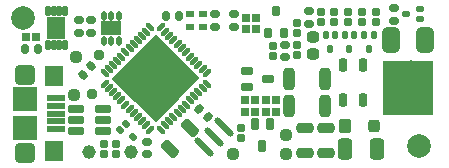
<source format=gts>
G04 Layer_Color=8388736*
%FSLAX25Y25*%
%MOIN*%
G70*
G01*
G75*
%ADD68R,0.16811X0.17953*%
G04:AMPARAMS|DCode=69|XSize=29.53mil|YSize=53.15mil|CornerRadius=8.86mil|HoleSize=0mil|Usage=FLASHONLY|Rotation=90.000|XOffset=0mil|YOffset=0mil|HoleType=Round|Shape=RoundedRectangle|*
%AMROUNDEDRECTD69*
21,1,0.02953,0.03543,0,0,90.0*
21,1,0.01181,0.05315,0,0,90.0*
1,1,0.01772,0.01772,0.00591*
1,1,0.01772,0.01772,-0.00591*
1,1,0.01772,-0.01772,-0.00591*
1,1,0.01772,-0.01772,0.00591*
%
%ADD69ROUNDEDRECTD69*%
%ADD70R,0.03110X0.02362*%
G04:AMPARAMS|DCode=71|XSize=27.56mil|YSize=29.53mil|CornerRadius=8.37mil|HoleSize=0mil|Usage=FLASHONLY|Rotation=0.000|XOffset=0mil|YOffset=0mil|HoleType=Round|Shape=RoundedRectangle|*
%AMROUNDEDRECTD71*
21,1,0.02756,0.01280,0,0,0.0*
21,1,0.01083,0.02953,0,0,0.0*
1,1,0.01673,0.00541,-0.00640*
1,1,0.01673,-0.00541,-0.00640*
1,1,0.01673,-0.00541,0.00640*
1,1,0.01673,0.00541,0.00640*
%
%ADD71ROUNDEDRECTD71*%
G04:AMPARAMS|DCode=72|XSize=31.1mil|YSize=23.62mil|CornerRadius=7.38mil|HoleSize=0mil|Usage=FLASHONLY|Rotation=0.000|XOffset=0mil|YOffset=0mil|HoleType=Round|Shape=RoundedRectangle|*
%AMROUNDEDRECTD72*
21,1,0.03110,0.00886,0,0,0.0*
21,1,0.01634,0.02362,0,0,0.0*
1,1,0.01476,0.00817,-0.00443*
1,1,0.01476,-0.00817,-0.00443*
1,1,0.01476,-0.00817,0.00443*
1,1,0.01476,0.00817,0.00443*
%
%ADD72ROUNDEDRECTD72*%
G04:AMPARAMS|DCode=73|XSize=27.56mil|YSize=29.53mil|CornerRadius=8.37mil|HoleSize=0mil|Usage=FLASHONLY|Rotation=90.000|XOffset=0mil|YOffset=0mil|HoleType=Round|Shape=RoundedRectangle|*
%AMROUNDEDRECTD73*
21,1,0.02756,0.01280,0,0,90.0*
21,1,0.01083,0.02953,0,0,90.0*
1,1,0.01673,0.00640,0.00541*
1,1,0.01673,0.00640,-0.00541*
1,1,0.01673,-0.00640,-0.00541*
1,1,0.01673,-0.00640,0.00541*
%
%ADD73ROUNDEDRECTD73*%
G04:AMPARAMS|DCode=74|XSize=25.59mil|YSize=41.34mil|CornerRadius=7.87mil|HoleSize=0mil|Usage=FLASHONLY|Rotation=90.000|XOffset=0mil|YOffset=0mil|HoleType=Round|Shape=RoundedRectangle|*
%AMROUNDEDRECTD74*
21,1,0.02559,0.02559,0,0,90.0*
21,1,0.00984,0.04134,0,0,90.0*
1,1,0.01575,0.01280,0.00492*
1,1,0.01575,0.01280,-0.00492*
1,1,0.01575,-0.01280,-0.00492*
1,1,0.01575,-0.01280,0.00492*
%
%ADD74ROUNDEDRECTD74*%
G04:AMPARAMS|DCode=75|XSize=25.59mil|YSize=41.34mil|CornerRadius=7.87mil|HoleSize=0mil|Usage=FLASHONLY|Rotation=0.000|XOffset=0mil|YOffset=0mil|HoleType=Round|Shape=RoundedRectangle|*
%AMROUNDEDRECTD75*
21,1,0.02559,0.02559,0,0,0.0*
21,1,0.00984,0.04134,0,0,0.0*
1,1,0.01575,0.00492,-0.01280*
1,1,0.01575,-0.00492,-0.01280*
1,1,0.01575,-0.00492,0.01280*
1,1,0.01575,0.00492,0.01280*
%
%ADD75ROUNDEDRECTD75*%
G04:AMPARAMS|DCode=76|XSize=57.09mil|YSize=33.47mil|CornerRadius=9.84mil|HoleSize=0mil|Usage=FLASHONLY|Rotation=0.000|XOffset=0mil|YOffset=0mil|HoleType=Round|Shape=RoundedRectangle|*
%AMROUNDEDRECTD76*
21,1,0.05709,0.01378,0,0,0.0*
21,1,0.03740,0.03347,0,0,0.0*
1,1,0.01969,0.01870,-0.00689*
1,1,0.01969,-0.01870,-0.00689*
1,1,0.01969,-0.01870,0.00689*
1,1,0.01969,0.01870,0.00689*
%
%ADD76ROUNDEDRECTD76*%
G04:AMPARAMS|DCode=77|XSize=17.72mil|YSize=33.47mil|CornerRadius=5.91mil|HoleSize=0mil|Usage=FLASHONLY|Rotation=180.000|XOffset=0mil|YOffset=0mil|HoleType=Round|Shape=RoundedRectangle|*
%AMROUNDEDRECTD77*
21,1,0.01772,0.02165,0,0,180.0*
21,1,0.00591,0.03347,0,0,180.0*
1,1,0.01181,-0.00295,0.01083*
1,1,0.01181,0.00295,0.01083*
1,1,0.01181,0.00295,-0.01083*
1,1,0.01181,-0.00295,-0.01083*
%
%ADD77ROUNDEDRECTD77*%
%ADD78R,0.06890X0.04528*%
G04:AMPARAMS|DCode=79|XSize=35.43mil|YSize=62.99mil|CornerRadius=10.34mil|HoleSize=0mil|Usage=FLASHONLY|Rotation=225.000|XOffset=0mil|YOffset=0mil|HoleType=Round|Shape=RoundedRectangle|*
%AMROUNDEDRECTD79*
21,1,0.03543,0.04232,0,0,225.0*
21,1,0.01476,0.06299,0,0,225.0*
1,1,0.02067,-0.02018,0.00974*
1,1,0.02067,-0.00974,0.02018*
1,1,0.02067,0.02018,-0.00974*
1,1,0.02067,0.00974,-0.02018*
%
%ADD79ROUNDEDRECTD79*%
G04:AMPARAMS|DCode=80|XSize=17.72mil|YSize=35.43mil|CornerRadius=5.91mil|HoleSize=0mil|Usage=FLASHONLY|Rotation=0.000|XOffset=0mil|YOffset=0mil|HoleType=Round|Shape=RoundedRectangle|*
%AMROUNDEDRECTD80*
21,1,0.01772,0.02362,0,0,0.0*
21,1,0.00591,0.03543,0,0,0.0*
1,1,0.01181,0.00295,-0.01181*
1,1,0.01181,-0.00295,-0.01181*
1,1,0.01181,-0.00295,0.01181*
1,1,0.01181,0.00295,0.01181*
%
%ADD80ROUNDEDRECTD80*%
%ADD81R,0.06299X0.07480*%
G04:AMPARAMS|DCode=82|XSize=29.53mil|YSize=33.47mil|CornerRadius=8.86mil|HoleSize=0mil|Usage=FLASHONLY|Rotation=180.000|XOffset=0mil|YOffset=0mil|HoleType=Round|Shape=RoundedRectangle|*
%AMROUNDEDRECTD82*
21,1,0.02953,0.01575,0,0,180.0*
21,1,0.01181,0.03347,0,0,180.0*
1,1,0.01772,-0.00591,0.00787*
1,1,0.01772,0.00591,0.00787*
1,1,0.01772,0.00591,-0.00787*
1,1,0.01772,-0.00591,-0.00787*
%
%ADD82ROUNDEDRECTD82*%
G04:AMPARAMS|DCode=83|XSize=41.34mil|YSize=37.4mil|CornerRadius=10.83mil|HoleSize=0mil|Usage=FLASHONLY|Rotation=0.000|XOffset=0mil|YOffset=0mil|HoleType=Round|Shape=RoundedRectangle|*
%AMROUNDEDRECTD83*
21,1,0.04134,0.01575,0,0,0.0*
21,1,0.01969,0.03740,0,0,0.0*
1,1,0.02165,0.00984,-0.00787*
1,1,0.02165,-0.00984,-0.00787*
1,1,0.02165,-0.00984,0.00787*
1,1,0.02165,0.00984,0.00787*
%
%ADD83ROUNDEDRECTD83*%
G04:AMPARAMS|DCode=84|XSize=31.1mil|YSize=23.62mil|CornerRadius=7.38mil|HoleSize=0mil|Usage=FLASHONLY|Rotation=90.000|XOffset=0mil|YOffset=0mil|HoleType=Round|Shape=RoundedRectangle|*
%AMROUNDEDRECTD84*
21,1,0.03110,0.00886,0,0,90.0*
21,1,0.01634,0.02362,0,0,90.0*
1,1,0.01476,0.00443,0.00817*
1,1,0.01476,0.00443,-0.00817*
1,1,0.01476,-0.00443,-0.00817*
1,1,0.01476,-0.00443,0.00817*
%
%ADD84ROUNDEDRECTD84*%
G04:AMPARAMS|DCode=85|XSize=19.69mil|YSize=27.56mil|CornerRadius=6.4mil|HoleSize=0mil|Usage=FLASHONLY|Rotation=0.000|XOffset=0mil|YOffset=0mil|HoleType=Round|Shape=RoundedRectangle|*
%AMROUNDEDRECTD85*
21,1,0.01969,0.01476,0,0,0.0*
21,1,0.00689,0.02756,0,0,0.0*
1,1,0.01280,0.00345,-0.00738*
1,1,0.01280,-0.00345,-0.00738*
1,1,0.01280,-0.00345,0.00738*
1,1,0.01280,0.00345,0.00738*
%
%ADD85ROUNDEDRECTD85*%
G04:AMPARAMS|DCode=86|XSize=19.69mil|YSize=27.56mil|CornerRadius=6.4mil|HoleSize=0mil|Usage=FLASHONLY|Rotation=45.000|XOffset=0mil|YOffset=0mil|HoleType=Round|Shape=RoundedRectangle|*
%AMROUNDEDRECTD86*
21,1,0.01969,0.01476,0,0,45.0*
21,1,0.00689,0.02756,0,0,45.0*
1,1,0.01280,0.00766,-0.00278*
1,1,0.01280,0.00278,-0.00766*
1,1,0.01280,-0.00766,0.00278*
1,1,0.01280,-0.00278,0.00766*
%
%ADD86ROUNDEDRECTD86*%
G04:AMPARAMS|DCode=87|XSize=19.69mil|YSize=27.56mil|CornerRadius=6.4mil|HoleSize=0mil|Usage=FLASHONLY|Rotation=270.000|XOffset=0mil|YOffset=0mil|HoleType=Round|Shape=RoundedRectangle|*
%AMROUNDEDRECTD87*
21,1,0.01969,0.01476,0,0,270.0*
21,1,0.00689,0.02756,0,0,270.0*
1,1,0.01280,-0.00738,-0.00345*
1,1,0.01280,-0.00738,0.00345*
1,1,0.01280,0.00738,0.00345*
1,1,0.01280,0.00738,-0.00345*
%
%ADD87ROUNDEDRECTD87*%
%ADD88P,0.15868X4X270.0*%
%ADD89P,0.15868X4X360.0*%
G04:AMPARAMS|DCode=90|XSize=15.75mil|YSize=35.43mil|CornerRadius=0mil|HoleSize=0mil|Usage=FLASHONLY|Rotation=225.000|XOffset=0mil|YOffset=0mil|HoleType=Round|Shape=Round|*
%AMOVALD90*
21,1,0.01969,0.01575,0.00000,0.00000,315.0*
1,1,0.01575,-0.00696,0.00696*
1,1,0.01575,0.00696,-0.00696*
%
%ADD90OVALD90*%

G04:AMPARAMS|DCode=91|XSize=15.75mil|YSize=35.43mil|CornerRadius=0mil|HoleSize=0mil|Usage=FLASHONLY|Rotation=135.000|XOffset=0mil|YOffset=0mil|HoleType=Round|Shape=Round|*
%AMOVALD91*
21,1,0.01969,0.01575,0.00000,0.00000,225.0*
1,1,0.01575,0.00696,0.00696*
1,1,0.01575,-0.00696,-0.00696*
%
%ADD91OVALD91*%

G04:AMPARAMS|DCode=92|XSize=74.8mil|YSize=37.4mil|CornerRadius=10.83mil|HoleSize=0mil|Usage=FLASHONLY|Rotation=90.000|XOffset=0mil|YOffset=0mil|HoleType=Round|Shape=RoundedRectangle|*
%AMROUNDEDRECTD92*
21,1,0.07480,0.01575,0,0,90.0*
21,1,0.05315,0.03740,0,0,90.0*
1,1,0.02165,0.00787,0.02658*
1,1,0.02165,0.00787,-0.02658*
1,1,0.02165,-0.00787,-0.02658*
1,1,0.02165,-0.00787,0.02658*
%
%ADD92ROUNDEDRECTD92*%
G04:AMPARAMS|DCode=93|XSize=72.84mil|YSize=49.21mil|CornerRadius=13.78mil|HoleSize=0mil|Usage=FLASHONLY|Rotation=270.000|XOffset=0mil|YOffset=0mil|HoleType=Round|Shape=RoundedRectangle|*
%AMROUNDEDRECTD93*
21,1,0.07284,0.02165,0,0,270.0*
21,1,0.04528,0.04921,0,0,270.0*
1,1,0.02756,-0.01083,-0.02264*
1,1,0.02756,-0.01083,0.02264*
1,1,0.02756,0.01083,0.02264*
1,1,0.02756,0.01083,-0.02264*
%
%ADD93ROUNDEDRECTD93*%
G04:AMPARAMS|DCode=94|XSize=84.65mil|YSize=61.02mil|CornerRadius=16.73mil|HoleSize=0mil|Usage=FLASHONLY|Rotation=90.000|XOffset=0mil|YOffset=0mil|HoleType=Round|Shape=RoundedRectangle|*
%AMROUNDEDRECTD94*
21,1,0.08465,0.02756,0,0,90.0*
21,1,0.05118,0.06102,0,0,90.0*
1,1,0.03347,0.01378,0.02559*
1,1,0.03347,0.01378,-0.02559*
1,1,0.03347,-0.01378,-0.02559*
1,1,0.03347,-0.01378,0.02559*
%
%ADD94ROUNDEDRECTD94*%
G04:AMPARAMS|DCode=95|XSize=31.1mil|YSize=23.62mil|CornerRadius=7.38mil|HoleSize=0mil|Usage=FLASHONLY|Rotation=225.000|XOffset=0mil|YOffset=0mil|HoleType=Round|Shape=RoundedRectangle|*
%AMROUNDEDRECTD95*
21,1,0.03110,0.00886,0,0,225.0*
21,1,0.01634,0.02362,0,0,225.0*
1,1,0.01476,-0.00891,-0.00265*
1,1,0.01476,0.00265,0.00891*
1,1,0.01476,0.00891,0.00265*
1,1,0.01476,-0.00265,-0.00891*
%
%ADD95ROUNDEDRECTD95*%
G04:AMPARAMS|DCode=96|XSize=21.65mil|YSize=80.71mil|CornerRadius=6.89mil|HoleSize=0mil|Usage=FLASHONLY|Rotation=225.000|XOffset=0mil|YOffset=0mil|HoleType=Round|Shape=RoundedRectangle|*
%AMROUNDEDRECTD96*
21,1,0.02165,0.06693,0,0,225.0*
21,1,0.00787,0.08071,0,0,225.0*
1,1,0.01378,-0.02645,0.02088*
1,1,0.01378,-0.02088,0.02645*
1,1,0.01378,0.02645,-0.02088*
1,1,0.01378,0.02088,-0.02645*
%
%ADD96ROUNDEDRECTD96*%
G04:AMPARAMS|DCode=97|XSize=45.28mil|YSize=27.56mil|CornerRadius=8.37mil|HoleSize=0mil|Usage=FLASHONLY|Rotation=270.000|XOffset=0mil|YOffset=0mil|HoleType=Round|Shape=RoundedRectangle|*
%AMROUNDEDRECTD97*
21,1,0.04528,0.01083,0,0,270.0*
21,1,0.02854,0.02756,0,0,270.0*
1,1,0.01673,-0.00541,-0.01427*
1,1,0.01673,-0.00541,0.01427*
1,1,0.01673,0.00541,0.01427*
1,1,0.01673,0.00541,-0.01427*
%
%ADD97ROUNDEDRECTD97*%
G04:AMPARAMS|DCode=98|XSize=41.34mil|YSize=41.34mil|CornerRadius=11.81mil|HoleSize=0mil|Usage=FLASHONLY|Rotation=0.000|XOffset=0mil|YOffset=0mil|HoleType=Round|Shape=RoundedRectangle|*
%AMROUNDEDRECTD98*
21,1,0.04134,0.01772,0,0,0.0*
21,1,0.01772,0.04134,0,0,0.0*
1,1,0.02362,0.00886,-0.00886*
1,1,0.02362,-0.00886,-0.00886*
1,1,0.02362,-0.00886,0.00886*
1,1,0.02362,0.00886,0.00886*
%
%ADD98ROUNDEDRECTD98*%
G04:AMPARAMS|DCode=99|XSize=41.34mil|YSize=49.21mil|CornerRadius=11.81mil|HoleSize=0mil|Usage=FLASHONLY|Rotation=0.000|XOffset=0mil|YOffset=0mil|HoleType=Round|Shape=RoundedRectangle|*
%AMROUNDEDRECTD99*
21,1,0.04134,0.02559,0,0,0.0*
21,1,0.01772,0.04921,0,0,0.0*
1,1,0.02362,0.00886,-0.01280*
1,1,0.02362,-0.00886,-0.01280*
1,1,0.02362,-0.00886,0.01280*
1,1,0.02362,0.00886,0.01280*
%
%ADD99ROUNDEDRECTD99*%
G04:AMPARAMS|DCode=100|XSize=31.1mil|YSize=23.62mil|CornerRadius=7.38mil|HoleSize=0mil|Usage=FLASHONLY|Rotation=135.000|XOffset=0mil|YOffset=0mil|HoleType=Round|Shape=RoundedRectangle|*
%AMROUNDEDRECTD100*
21,1,0.03110,0.00886,0,0,135.0*
21,1,0.01634,0.02362,0,0,135.0*
1,1,0.01476,-0.00265,0.00891*
1,1,0.01476,0.00891,-0.00265*
1,1,0.01476,0.00265,-0.00891*
1,1,0.01476,-0.00891,0.00265*
%
%ADD100ROUNDEDRECTD100*%
%ADD101R,0.08071X0.08071*%
%ADD102R,0.06102X0.06890*%
%ADD103R,0.06102X0.02165*%
G04:AMPARAMS|DCode=104|XSize=5.91mil|YSize=5.91mil|CornerRadius=0mil|HoleSize=0mil|Usage=FLASHONLY|Rotation=90.000|XOffset=0mil|YOffset=0mil|HoleType=Round|Shape=RoundedRectangle|*
%AMROUNDEDRECTD104*
21,1,0.00591,0.00591,0,0,90.0*
21,1,0.00591,0.00591,0,0,90.0*
1,1,0.00000,0.00295,0.00295*
1,1,0.00000,0.00295,-0.00295*
1,1,0.00000,-0.00295,-0.00295*
1,1,0.00000,-0.00295,0.00295*
%
%ADD104ROUNDEDRECTD104*%
G04:AMPARAMS|DCode=105|XSize=37.4mil|YSize=37.4mil|CornerRadius=10.83mil|HoleSize=0mil|Usage=FLASHONLY|Rotation=0.000|XOffset=0mil|YOffset=0mil|HoleType=Round|Shape=RoundedRectangle|*
%AMROUNDEDRECTD105*
21,1,0.03740,0.01575,0,0,0.0*
21,1,0.01575,0.03740,0,0,0.0*
1,1,0.02165,0.00787,-0.00787*
1,1,0.02165,-0.00787,-0.00787*
1,1,0.02165,-0.00787,0.00787*
1,1,0.02165,0.00787,0.00787*
%
%ADD105ROUNDEDRECTD105*%
%ADD106C,0.03740*%
G04:AMPARAMS|DCode=107|XSize=37.4mil|YSize=37.4mil|CornerRadius=10.83mil|HoleSize=0mil|Usage=FLASHONLY|Rotation=90.000|XOffset=0mil|YOffset=0mil|HoleType=Round|Shape=RoundedRectangle|*
%AMROUNDEDRECTD107*
21,1,0.03740,0.01575,0,0,90.0*
21,1,0.01575,0.03740,0,0,90.0*
1,1,0.02165,0.00787,0.00787*
1,1,0.02165,0.00787,-0.00787*
1,1,0.02165,-0.00787,-0.00787*
1,1,0.02165,-0.00787,0.00787*
%
%ADD107ROUNDEDRECTD107*%
%ADD108C,0.04528*%
%ADD109C,0.07874*%
G04:AMPARAMS|DCode=110|XSize=68.9mil|YSize=68.9mil|CornerRadius=18.7mil|HoleSize=0mil|Usage=FLASHONLY|Rotation=0.000|XOffset=0mil|YOffset=0mil|HoleType=Round|Shape=RoundedRectangle|*
%AMROUNDEDRECTD110*
21,1,0.06890,0.03150,0,0,0.0*
21,1,0.03150,0.06890,0,0,0.0*
1,1,0.03740,0.01575,-0.01575*
1,1,0.03740,-0.01575,-0.01575*
1,1,0.03740,-0.01575,0.01575*
1,1,0.03740,0.01575,0.01575*
%
%ADD110ROUNDEDRECTD110*%
D68*
X133602Y-29035D02*
D03*
D69*
X22933Y-36122D02*
D03*
Y-39862D02*
D03*
Y-43602D02*
D03*
X31988D02*
D03*
Y-39862D02*
D03*
Y-36122D02*
D03*
D70*
X65157Y-4646D02*
D03*
Y-8740D02*
D03*
X60925Y-4646D02*
D03*
Y-8740D02*
D03*
D71*
X77953Y-42520D02*
D03*
X77953Y-45866D02*
D03*
X96752Y-7382D02*
D03*
Y-10728D02*
D03*
X96555Y-14862D02*
D03*
Y-18209D02*
D03*
X122785Y-7284D02*
D03*
Y-3938D02*
D03*
X118189Y-7284D02*
D03*
Y-3938D02*
D03*
X113592Y-7284D02*
D03*
Y-3937D02*
D03*
X108996Y-7284D02*
D03*
Y-3937D02*
D03*
X104725Y-7283D02*
D03*
X104725Y-3937D02*
D03*
X32382Y-47736D02*
D03*
Y-51083D02*
D03*
X88779Y-18602D02*
D03*
Y-15256D02*
D03*
X36122Y-47736D02*
D03*
Y-51083D02*
D03*
D72*
X69390Y-4646D02*
D03*
Y-8740D02*
D03*
X92716Y-14882D02*
D03*
Y-18976D02*
D03*
X46555Y-47165D02*
D03*
Y-51260D02*
D03*
X75689Y-8740D02*
D03*
Y-4646D02*
D03*
X128908Y-2633D02*
D03*
Y-6728D02*
D03*
X100660Y-3563D02*
D03*
Y-7658D02*
D03*
X23819Y-6614D02*
D03*
Y-10709D02*
D03*
X27953D02*
D03*
Y-6614D02*
D03*
D73*
X83071Y-9547D02*
D03*
X79724D02*
D03*
X79724Y-5807D02*
D03*
X83071D02*
D03*
X79232Y-37008D02*
D03*
X82579D02*
D03*
X89764Y-37008D02*
D03*
X86417D02*
D03*
X89764Y-33169D02*
D03*
X86417D02*
D03*
X79232Y-33169D02*
D03*
X82579D02*
D03*
X6398Y-12303D02*
D03*
X9744D02*
D03*
D74*
X79921Y-23622D02*
D03*
Y-28740D02*
D03*
X87008Y-26181D02*
D03*
D75*
X87598Y-41240D02*
D03*
X82480D02*
D03*
X85039Y-48327D02*
D03*
D76*
X106398Y-50689D02*
D03*
Y-42618D02*
D03*
X99311Y-42618D02*
D03*
Y-50689D02*
D03*
D77*
X32185Y-13378D02*
D03*
X34744D02*
D03*
X37303D02*
D03*
X32185Y-5110D02*
D03*
X34744D02*
D03*
X37303D02*
D03*
D78*
X34744Y-9244D02*
D03*
D79*
X61061Y-42500D02*
D03*
X54184Y-49376D02*
D03*
D80*
X13484Y-3543D02*
D03*
X15453D02*
D03*
X17421D02*
D03*
X19390D02*
D03*
Y-14961D02*
D03*
X17421D02*
D03*
X15453D02*
D03*
X13484D02*
D03*
D81*
X16437Y-9252D02*
D03*
D82*
X87106Y-10827D02*
D03*
X92224D02*
D03*
X89665Y-3543D02*
D03*
D83*
X101870Y-17815D02*
D03*
Y-12303D02*
D03*
D84*
X53071Y-5118D02*
D03*
X57165D02*
D03*
X10118Y-16142D02*
D03*
X6024D02*
D03*
D85*
X114075Y-16160D02*
D03*
X112500Y-11436D02*
D03*
X115650D02*
D03*
X107775Y-16142D02*
D03*
X106201Y-11417D02*
D03*
X109350D02*
D03*
X120572Y-16160D02*
D03*
X118997Y-11436D02*
D03*
X122147D02*
D03*
D86*
X41926Y-45469D02*
D03*
X37472Y-43242D02*
D03*
X39699Y-41015D02*
D03*
D87*
X137606Y-6114D02*
D03*
Y-2964D02*
D03*
X132882Y-4539D02*
D03*
D88*
X49536Y-19219D02*
D03*
X49508Y-32721D02*
D03*
D89*
X42771Y-25984D02*
D03*
X56273Y-25956D02*
D03*
D90*
X51248Y-43036D02*
D03*
X52640Y-41644D02*
D03*
X54032Y-40252D02*
D03*
X55424Y-38860D02*
D03*
X56816Y-37468D02*
D03*
X58207Y-36076D02*
D03*
X59600Y-34684D02*
D03*
X60991Y-33292D02*
D03*
X62383Y-31900D02*
D03*
X63775Y-30508D02*
D03*
X65167Y-29116D02*
D03*
X66559Y-27724D02*
D03*
X47768Y-8933D02*
D03*
X46376Y-10325D02*
D03*
X44984Y-11717D02*
D03*
X43592Y-13109D02*
D03*
X42200Y-14501D02*
D03*
X40808Y-15893D02*
D03*
X39416Y-17285D02*
D03*
X38024Y-18677D02*
D03*
X36632Y-20068D02*
D03*
X35241Y-21460D02*
D03*
X33849Y-22852D02*
D03*
X32457Y-24244D02*
D03*
D91*
X66559D02*
D03*
X65167Y-22852D02*
D03*
X63775Y-21460D02*
D03*
X62383Y-20068D02*
D03*
X60991Y-18677D02*
D03*
X59600Y-17285D02*
D03*
X58207Y-15893D02*
D03*
X56816Y-14501D02*
D03*
X55424Y-13109D02*
D03*
X54032Y-11717D02*
D03*
X52640Y-10325D02*
D03*
X51248Y-8933D02*
D03*
X32457Y-27724D02*
D03*
X33849Y-29116D02*
D03*
X35241Y-30508D02*
D03*
X36632Y-31900D02*
D03*
X38024Y-33292D02*
D03*
X39416Y-34684D02*
D03*
X40808Y-36076D02*
D03*
X42200Y-37468D02*
D03*
X43592Y-38860D02*
D03*
X44984Y-40252D02*
D03*
X46376Y-41644D02*
D03*
X47768Y-43036D02*
D03*
D92*
X93898Y-35039D02*
D03*
X105905D02*
D03*
Y-26083D02*
D03*
X93898D02*
D03*
D93*
X112697Y-49410D02*
D03*
X123327D02*
D03*
D94*
X127953Y-13091D02*
D03*
X139370D02*
D03*
D95*
X63907Y-36012D02*
D03*
X66802Y-38908D02*
D03*
D96*
X72326Y-42044D02*
D03*
X68985Y-45385D02*
D03*
X65645Y-48726D02*
D03*
D97*
X118701Y-33169D02*
D03*
X111811D02*
D03*
Y-21358D02*
D03*
X118701D02*
D03*
D98*
X122146Y-41929D02*
D03*
D99*
X112697D02*
D03*
D100*
X28022Y-21978D02*
D03*
X25127Y-24873D02*
D03*
D101*
X5807Y-42421D02*
D03*
Y-32972D02*
D03*
D102*
X15453Y-50295D02*
D03*
Y-25098D02*
D03*
D103*
X16240Y-37697D02*
D03*
Y-40256D02*
D03*
Y-35138D02*
D03*
Y-32579D02*
D03*
Y-42815D02*
D03*
D104*
X134744Y-35039D02*
D03*
Y-20079D02*
D03*
D105*
X93110Y-50984D02*
D03*
X75295Y-51181D02*
D03*
X22146Y-31398D02*
D03*
D106*
X30512Y-18307D02*
D03*
X28445Y-31004D02*
D03*
D107*
X93110Y-44685D02*
D03*
X22933Y-18799D02*
D03*
D108*
X27362Y-50394D02*
D03*
X41142Y-50492D02*
D03*
D109*
X137205Y-48425D02*
D03*
X5118Y-5709D02*
D03*
D110*
X5807Y-50689D02*
D03*
Y-24705D02*
D03*
M02*

</source>
